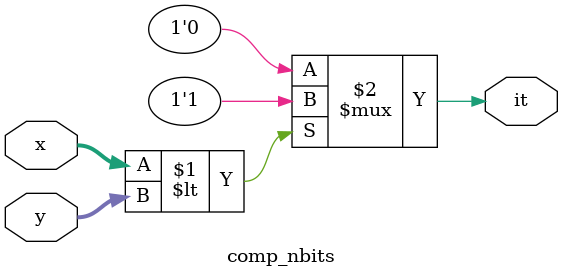
<source format=v>



/*COPYING
=======

Copyright:  Copyright (C) 2024 Thaís Laura
Licence:    GPL-3.0-ou-posterior

This file is part of Projeto Final de Sistemas Digitais.

    This program is free software: you can redistribute it and/or modify
    it under the terms of the GNU General Public License as published by
    the Free Software Foundation, either version 3 of the License, or
    (at your option) any later version.

    This program is distributed in the hope that it will be useful,
    but WITHOUT ANY WARRANTY; without even the implied warranty of
    MERCHANTABILITY or FITNESS FOR A PARTICULAR PURPOSE.  See the
    GNU General Public License for more details.

    You should have received a copy of the GNU General Public License
    along with this program.  If not, see <https://www.gnu.org/licenses/>6.
*/

/*
Módulo: comp_nbits

Descrição:
Esse módulo implementa um comparador de Size bits, retornando se A é menor do que B a partir da variável it.

Parâmetros:
- Size: quantidade de bits 
Output:
- it: indicador da comparação
Input:
- x, y: valores a serem comparados

*/

`timescale 1 ns/100 ps

module comp_nbits #(parameter Size=8)
	       (output it, input [Size-1:0] x, y);
	
	assign it = (x < y) ? 1'b1 : 1'b0;

endmodule
</source>
